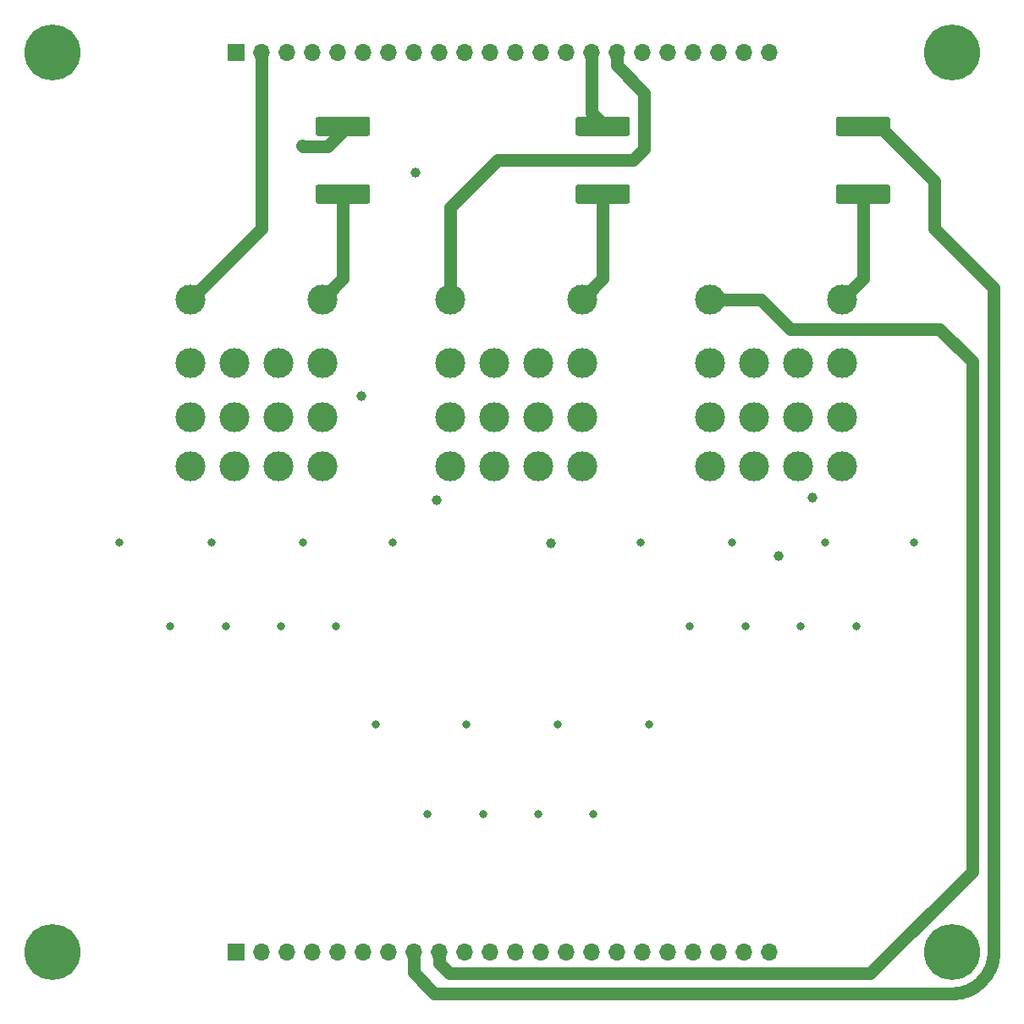
<source format=gbr>
%TF.GenerationSoftware,KiCad,Pcbnew,(5.1.9)-1*%
%TF.CreationDate,2021-11-07T00:19:35+01:00*%
%TF.ProjectId,RelayBoard,52656c61-7942-46f6-9172-642e6b696361,Version 1 *%
%TF.SameCoordinates,Original*%
%TF.FileFunction,Copper,L4,Bot*%
%TF.FilePolarity,Positive*%
%FSLAX46Y46*%
G04 Gerber Fmt 4.6, Leading zero omitted, Abs format (unit mm)*
G04 Created by KiCad (PCBNEW (5.1.9)-1) date 2021-11-07 00:19:35*
%MOMM*%
%LPD*%
G01*
G04 APERTURE LIST*
%TA.AperFunction,ComponentPad*%
%ADD10C,5.600000*%
%TD*%
%TA.AperFunction,ComponentPad*%
%ADD11R,1.700000X1.700000*%
%TD*%
%TA.AperFunction,ComponentPad*%
%ADD12O,1.700000X1.700000*%
%TD*%
%TA.AperFunction,ComponentPad*%
%ADD13C,3.000000*%
%TD*%
%TA.AperFunction,ViaPad*%
%ADD14C,0.800000*%
%TD*%
%TA.AperFunction,ViaPad*%
%ADD15C,1.000000*%
%TD*%
%TA.AperFunction,ViaPad*%
%ADD16C,1.200000*%
%TD*%
%TA.AperFunction,Conductor*%
%ADD17C,1.250000*%
%TD*%
G04 APERTURE END LIST*
%TO.P,F1,2*%
%TO.N,R1+*%
%TA.AperFunction,SMDPad,CuDef*%
G36*
G01*
X96850002Y-108565000D02*
X91900000Y-108565000D01*
G75*
G02*
X91650001Y-108315001I0J249999D01*
G01*
X91650001Y-106889999D01*
G75*
G02*
X91900000Y-106640000I249999J0D01*
G01*
X96850002Y-106640000D01*
G75*
G02*
X97100001Y-106889999I0J-249999D01*
G01*
X97100001Y-108315001D01*
G75*
G02*
X96850002Y-108565000I-249999J0D01*
G01*
G37*
%TD.AperFunction*%
%TO.P,F1,1*%
%TO.N,Net-(F1-Pad1)*%
%TA.AperFunction,SMDPad,CuDef*%
G36*
G01*
X96850002Y-115340000D02*
X91900000Y-115340000D01*
G75*
G02*
X91650001Y-115090001I0J249999D01*
G01*
X91650001Y-113664999D01*
G75*
G02*
X91900000Y-113415000I249999J0D01*
G01*
X96850002Y-113415000D01*
G75*
G02*
X97100001Y-113664999I0J-249999D01*
G01*
X97100001Y-115090001D01*
G75*
G02*
X96850002Y-115340000I-249999J0D01*
G01*
G37*
%TD.AperFunction*%
%TD*%
%TO.P,F3,1*%
%TO.N,Net-(F3-Pad1)*%
%TA.AperFunction,SMDPad,CuDef*%
G36*
G01*
X148895001Y-115340000D02*
X143944999Y-115340000D01*
G75*
G02*
X143695000Y-115090001I0J249999D01*
G01*
X143695000Y-113664999D01*
G75*
G02*
X143944999Y-113415000I249999J0D01*
G01*
X148895001Y-113415000D01*
G75*
G02*
X149145000Y-113664999I0J-249999D01*
G01*
X149145000Y-115090001D01*
G75*
G02*
X148895001Y-115340000I-249999J0D01*
G01*
G37*
%TD.AperFunction*%
%TO.P,F3,2*%
%TO.N,R3+*%
%TA.AperFunction,SMDPad,CuDef*%
G36*
G01*
X148895001Y-108565000D02*
X143944999Y-108565000D01*
G75*
G02*
X143695000Y-108315001I0J249999D01*
G01*
X143695000Y-106889999D01*
G75*
G02*
X143944999Y-106640000I249999J0D01*
G01*
X148895001Y-106640000D01*
G75*
G02*
X149145000Y-106889999I0J-249999D01*
G01*
X149145000Y-108315001D01*
G75*
G02*
X148895001Y-108565000I-249999J0D01*
G01*
G37*
%TD.AperFunction*%
%TD*%
%TO.P,F2,1*%
%TO.N,Net-(F2-Pad1)*%
%TA.AperFunction,SMDPad,CuDef*%
G36*
G01*
X122860001Y-115340000D02*
X117909999Y-115340000D01*
G75*
G02*
X117660000Y-115090001I0J249999D01*
G01*
X117660000Y-113664999D01*
G75*
G02*
X117909999Y-113415000I249999J0D01*
G01*
X122860001Y-113415000D01*
G75*
G02*
X123110000Y-113664999I0J-249999D01*
G01*
X123110000Y-115090001D01*
G75*
G02*
X122860001Y-115340000I-249999J0D01*
G01*
G37*
%TD.AperFunction*%
%TO.P,F2,2*%
%TO.N,R2+*%
%TA.AperFunction,SMDPad,CuDef*%
G36*
G01*
X122860001Y-108565000D02*
X117909999Y-108565000D01*
G75*
G02*
X117660000Y-108315001I0J249999D01*
G01*
X117660000Y-106889999D01*
G75*
G02*
X117909999Y-106640000I249999J0D01*
G01*
X122860001Y-106640000D01*
G75*
G02*
X123110000Y-106889999I0J-249999D01*
G01*
X123110000Y-108315001D01*
G75*
G02*
X122860001Y-108565000I-249999J0D01*
G01*
G37*
%TD.AperFunction*%
%TD*%
D10*
%TO.P,H1,1*%
%TO.N,N/C*%
X155320000Y-100190000D03*
%TD*%
%TO.P,H2,1*%
%TO.N,N/C*%
X65320000Y-190190000D03*
%TD*%
%TO.P,H3,1*%
%TO.N,N/C*%
X65320000Y-100190000D03*
%TD*%
%TO.P,H4,1*%
%TO.N,N/C*%
X155320000Y-190190000D03*
%TD*%
D11*
%TO.P,1,1*%
%TO.N,R1+*%
X83665000Y-100215000D03*
D12*
%TO.P,1,2*%
%TO.N,R1-*%
X86205000Y-100215000D03*
%TO.P,1,3*%
%TO.N,COM1_1*%
X88745000Y-100215000D03*
%TO.P,1,4*%
%TO.N,NC1_1*%
X91285000Y-100215000D03*
%TO.P,1,5*%
%TO.N,NO1_1*%
X93825000Y-100215000D03*
%TO.P,1,6*%
%TO.N,COM1_2*%
X96365000Y-100215000D03*
%TO.P,1,7*%
%TO.N,NC1_2*%
X98905000Y-100215000D03*
%TO.P,1,8*%
%TO.N,NO1_2*%
X101445000Y-100215000D03*
%TO.P,1,9*%
%TO.N,COM1_3*%
X103985000Y-100215000D03*
%TO.P,1,10*%
%TO.N,NC1_3*%
X106525000Y-100215000D03*
%TO.P,1,11*%
%TO.N,NO1_3*%
X109065000Y-100215000D03*
%TO.P,1,12*%
%TO.N,COM1_4*%
X111605000Y-100215000D03*
%TO.P,1,13*%
%TO.N,NC1_4*%
X114145000Y-100215000D03*
%TO.P,1,14*%
%TO.N,NO1_4*%
X116685000Y-100215000D03*
%TO.P,1,15*%
%TO.N,R2+*%
X119225000Y-100215000D03*
%TO.P,1,16*%
%TO.N,R2-*%
X121765000Y-100215000D03*
%TO.P,1,17*%
%TO.N,COM2_1*%
X124305000Y-100215000D03*
%TO.P,1,18*%
%TO.N,NC2_1*%
X126845000Y-100215000D03*
%TO.P,1,19*%
%TO.N,NO2_1*%
X129385000Y-100215000D03*
%TO.P,1,20*%
%TO.N,COM2_2*%
X131925000Y-100215000D03*
%TO.P,1,21*%
%TO.N,NC2_2*%
X134465000Y-100215000D03*
%TO.P,1,22*%
%TO.N,G*%
X137005000Y-100215000D03*
%TD*%
%TO.P,44,22*%
%TO.N,G*%
X137005000Y-190215000D03*
%TO.P,44,21*%
%TO.N,NO3_4*%
X134465000Y-190215000D03*
%TO.P,44,20*%
%TO.N,NC3_4*%
X131925000Y-190215000D03*
%TO.P,44,19*%
%TO.N,COM3_4*%
X129385000Y-190215000D03*
%TO.P,44,18*%
%TO.N,NO3_3*%
X126845000Y-190215000D03*
%TO.P,44,17*%
%TO.N,NC3_3*%
X124305000Y-190215000D03*
%TO.P,44,16*%
%TO.N,COM3_3*%
X121765000Y-190215000D03*
%TO.P,44,15*%
%TO.N,NO3_2*%
X119225000Y-190215000D03*
%TO.P,44,14*%
%TO.N,NC3_2*%
X116685000Y-190215000D03*
%TO.P,44,13*%
%TO.N,COM3_2*%
X114145000Y-190215000D03*
%TO.P,44,12*%
%TO.N,NO3_1*%
X111605000Y-190215000D03*
%TO.P,44,11*%
%TO.N,NC3_1*%
X109065000Y-190215000D03*
%TO.P,44,10*%
%TO.N,COM3_1*%
X106525000Y-190215000D03*
%TO.P,44,9*%
%TO.N,R3-*%
X103985000Y-190215000D03*
%TO.P,44,8*%
%TO.N,R3+*%
X101445000Y-190215000D03*
%TO.P,44,7*%
%TO.N,NO2_4*%
X98905000Y-190215000D03*
%TO.P,44,6*%
%TO.N,NC2_4*%
X96365000Y-190215000D03*
%TO.P,44,5*%
%TO.N,COM2_4*%
X93825000Y-190215000D03*
%TO.P,44,4*%
%TO.N,NO2_3*%
X91285000Y-190215000D03*
%TO.P,44,3*%
%TO.N,NC2_3*%
X88745000Y-190215000D03*
%TO.P,44,2*%
%TO.N,COM2_3*%
X86205000Y-190215000D03*
D11*
%TO.P,44,1*%
%TO.N,NO2_2*%
X83665000Y-190215000D03*
%TD*%
D13*
%TO.P,K1,1*%
%TO.N,NC1_1*%
X79130001Y-141640001D03*
%TO.P,K1,2*%
%TO.N,NC1_2*%
X83530001Y-141640001D03*
%TO.P,K1,3*%
%TO.N,NC1_3*%
X87930001Y-141640001D03*
%TO.P,K1,4*%
%TO.N,NC1_4*%
X92330001Y-141640001D03*
%TO.P,K1,5*%
%TO.N,NO1_1*%
X79130001Y-136740001D03*
%TO.P,K1,6*%
%TO.N,NO1_2*%
X83530001Y-136740001D03*
%TO.P,K1,7*%
%TO.N,NO1_3*%
X87930001Y-136740001D03*
%TO.P,K1,8*%
%TO.N,NO1_4*%
X92330001Y-136740001D03*
%TO.P,K1,9*%
%TO.N,COM1_1*%
X79130001Y-131240001D03*
%TO.P,K1,10*%
%TO.N,COM1_2*%
X83530001Y-131240001D03*
%TO.P,K1,11*%
%TO.N,COM1_3*%
X87930001Y-131240001D03*
%TO.P,K1,12*%
%TO.N,COM1_4*%
X92330001Y-131240001D03*
%TO.P,K1,13*%
%TO.N,R1-*%
X79130001Y-124890001D03*
%TO.P,K1,14*%
%TO.N,Net-(F1-Pad1)*%
X92330001Y-124890001D03*
%TD*%
%TO.P,K3,14*%
%TO.N,Net-(F3-Pad1)*%
X144350000Y-124890001D03*
%TO.P,K3,13*%
%TO.N,R3-*%
X131150000Y-124890001D03*
%TO.P,K3,12*%
%TO.N,COM3_4*%
X144350000Y-131240001D03*
%TO.P,K3,11*%
%TO.N,COM3_3*%
X139950000Y-131240001D03*
%TO.P,K3,10*%
%TO.N,COM3_2*%
X135550000Y-131240001D03*
%TO.P,K3,9*%
%TO.N,COM3_1*%
X131150000Y-131240001D03*
%TO.P,K3,8*%
%TO.N,NO3_4*%
X144350000Y-136740001D03*
%TO.P,K3,7*%
%TO.N,NO3_3*%
X139950000Y-136740001D03*
%TO.P,K3,6*%
%TO.N,NO3_2*%
X135550000Y-136740001D03*
%TO.P,K3,5*%
%TO.N,NO3_1*%
X131150000Y-136740001D03*
%TO.P,K3,4*%
%TO.N,NC3_4*%
X144350000Y-141640001D03*
%TO.P,K3,3*%
%TO.N,NC3_3*%
X139950000Y-141640001D03*
%TO.P,K3,2*%
%TO.N,NC3_2*%
X135550000Y-141640001D03*
%TO.P,K3,1*%
%TO.N,NC3_1*%
X131150000Y-141640001D03*
%TD*%
%TO.P,K2,1*%
%TO.N,NC2_1*%
X105140000Y-141640001D03*
%TO.P,K2,2*%
%TO.N,NC2_2*%
X109540000Y-141640001D03*
%TO.P,K2,3*%
%TO.N,NC2_3*%
X113940000Y-141640001D03*
%TO.P,K2,4*%
%TO.N,NC2_4*%
X118340000Y-141640001D03*
%TO.P,K2,5*%
%TO.N,NO2_1*%
X105140000Y-136740001D03*
%TO.P,K2,6*%
%TO.N,NO2_2*%
X109540000Y-136740001D03*
%TO.P,K2,7*%
%TO.N,NO2_3*%
X113940000Y-136740001D03*
%TO.P,K2,8*%
%TO.N,NO2_4*%
X118340000Y-136740001D03*
%TO.P,K2,9*%
%TO.N,COM2_1*%
X105140000Y-131240001D03*
%TO.P,K2,10*%
%TO.N,COM2_2*%
X109540000Y-131240001D03*
%TO.P,K2,11*%
%TO.N,COM2_3*%
X113940000Y-131240001D03*
%TO.P,K2,12*%
%TO.N,COM2_4*%
X118340000Y-131240001D03*
%TO.P,K2,13*%
%TO.N,R2-*%
X105140000Y-124890001D03*
%TO.P,K2,14*%
%TO.N,Net-(F2-Pad1)*%
X118340000Y-124890001D03*
%TD*%
D14*
%TO.N,NO1_2*%
X82660000Y-157640000D03*
%TO.N,NO1_1*%
X77120000Y-157640000D03*
X77120000Y-157640000D03*
%TO.N,NO1_3*%
X88190000Y-157640000D03*
D15*
X101680000Y-112210000D03*
D14*
%TO.N,NO1_4*%
X93720000Y-157640000D03*
D15*
X96230000Y-134610000D03*
D14*
%TO.N,NC1_2*%
X81280000Y-149190000D03*
%TO.N,NC1_1*%
X71980000Y-149190000D03*
%TO.N,NC1_3*%
X90420000Y-149190000D03*
%TO.N,NC1_4*%
X99370000Y-149190000D03*
%TO.N,NO3_2*%
X134680000Y-157580000D03*
D15*
X137940000Y-150580000D03*
D14*
%TO.N,NO3_1*%
X129120000Y-157580000D03*
%TO.N,NO3_3*%
X140210000Y-157580000D03*
D15*
X141360000Y-144760000D03*
D14*
%TO.N,NO3_4*%
X145750000Y-157580000D03*
%TO.N,NC3_2*%
X133300000Y-149190000D03*
%TO.N,NC3_3*%
X142660000Y-149190000D03*
%TO.N,NC3_4*%
X151500000Y-149190000D03*
%TO.N,NO2_2*%
X108410000Y-176430000D03*
D15*
X103740000Y-144980000D03*
D14*
%TO.N,NO2_1*%
X102870000Y-176430000D03*
%TO.N,NO2_3*%
X113940000Y-176430000D03*
D15*
X115210000Y-149330000D03*
D14*
%TO.N,NO2_4*%
X119470000Y-176430000D03*
%TO.N,NC2_2*%
X106700000Y-167460000D03*
%TO.N,NC2_1*%
X97640000Y-167460000D03*
%TO.N,NC2_3*%
X115880000Y-167460000D03*
%TO.N,NC2_4*%
X124980000Y-167460000D03*
D16*
%TO.N,R1+*%
X90340000Y-109560000D03*
D14*
%TO.N,NC3_1*%
X124150000Y-149190000D03*
%TD*%
D17*
%TO.N,R1+*%
X90360000Y-109580000D02*
X90340000Y-109560000D01*
X92880000Y-109580000D02*
X90360000Y-109580000D01*
X94375001Y-108084999D02*
X92880000Y-109580000D01*
X94375001Y-107602500D02*
X94375001Y-108084999D01*
%TO.N,Net-(F1-Pad1)*%
X94375001Y-122845001D02*
X92330001Y-124890001D01*
X94375001Y-114377500D02*
X94375001Y-117564999D01*
X94375001Y-117564999D02*
X94375001Y-122845001D01*
X94375001Y-115377500D02*
X94375001Y-117564999D01*
%TO.N,Net-(F2-Pad1)*%
X120385000Y-122845001D02*
X118340000Y-124890001D01*
X120385000Y-116855000D02*
X120385000Y-114377500D01*
X120385000Y-115377500D02*
X120385000Y-116855000D01*
X120385000Y-116855000D02*
X120385000Y-122845001D01*
%TO.N,R3+*%
X101445000Y-192235000D02*
X101445000Y-190215000D01*
X103548275Y-194338275D02*
X101445000Y-192235000D01*
X155312398Y-194338275D02*
X103548275Y-194338275D01*
X155314113Y-194339990D02*
X155312398Y-194338275D01*
X155436399Y-194338275D02*
X155314113Y-194339990D01*
X155552701Y-194333378D02*
X155436399Y-194338275D01*
X158635805Y-192685428D02*
X158564552Y-192777394D01*
X158770508Y-192495584D02*
X158704506Y-192591425D01*
X158833821Y-192397890D02*
X158770508Y-192495584D01*
X159058927Y-191990596D02*
X159006966Y-192094733D01*
X159237029Y-191560623D02*
X159197052Y-191669927D01*
X158704506Y-192591425D02*
X158635805Y-192685428D01*
X159273924Y-191450241D02*
X159237029Y-191560623D01*
X159154003Y-191778124D02*
X159107963Y-191885010D01*
X159307710Y-191338863D02*
X159273924Y-191450241D01*
X159365857Y-191113451D02*
X159338371Y-191226539D01*
X146340000Y-107600000D02*
X148020000Y-107600000D01*
X148020000Y-107600000D02*
X153512500Y-113092500D01*
X159338371Y-191226539D02*
X159307710Y-191338863D01*
X153512500Y-113092500D02*
X153512500Y-117778124D01*
X153512500Y-117778124D02*
X159462607Y-123728231D01*
X159469990Y-190184051D02*
X159468273Y-190306404D01*
X159006966Y-192094733D02*
X158952097Y-192197386D01*
X159429156Y-190770132D02*
X159411269Y-190885154D01*
X159443813Y-190654636D02*
X159429156Y-190770132D01*
X159107963Y-191885010D02*
X159058927Y-191990596D01*
X159468273Y-190306404D02*
X159463377Y-190422704D01*
X159390167Y-190999603D02*
X159365857Y-191113451D01*
X158952097Y-192197386D02*
X158894369Y-192298462D01*
X159463377Y-190422704D02*
X159455223Y-190538787D01*
X159462607Y-123728231D02*
X159469990Y-190184051D01*
X159455223Y-190538787D02*
X159443813Y-190654636D01*
X158894369Y-192298462D02*
X158833821Y-192397890D01*
X159197052Y-191669927D02*
X159154003Y-191778124D01*
X159411269Y-190885154D02*
X159390167Y-190999603D01*
X158564552Y-192777394D02*
X158490664Y-192867425D01*
X156580226Y-194143929D02*
X156468860Y-194177712D01*
X158490664Y-192867425D02*
X158414332Y-192955291D01*
X158414332Y-192955291D02*
X158335602Y-193040941D01*
X158335602Y-193040941D02*
X158254418Y-193124434D01*
X158254418Y-193124434D02*
X158170943Y-193205600D01*
X158170943Y-193205600D02*
X158085282Y-193284339D01*
X158085282Y-193284339D02*
X157997419Y-193360669D01*
X157997419Y-193360669D02*
X157907386Y-193434558D01*
X157907386Y-193434558D02*
X157815421Y-193505810D01*
X157527891Y-193703821D02*
X157428453Y-193764374D01*
X157815421Y-193505810D02*
X157721408Y-193574518D01*
X157721408Y-193574518D02*
X157625566Y-193640521D01*
X157625566Y-193640521D02*
X157527891Y-193703821D01*
X156468860Y-194177712D02*
X156356555Y-194208368D01*
X157428453Y-193764374D02*
X157327368Y-193822108D01*
X157327368Y-193822108D02*
X157224752Y-193876957D01*
X157120595Y-193928928D02*
X157015000Y-193977968D01*
X157224752Y-193876957D02*
X157120595Y-193928928D01*
X157015000Y-193977968D02*
X156908109Y-194024010D01*
X156908109Y-194024010D02*
X156799926Y-194067053D01*
X156799926Y-194067053D02*
X156690620Y-194107030D01*
X156690620Y-194107030D02*
X156580226Y-194143929D01*
X156356555Y-194208368D02*
X156243450Y-194235858D01*
X156243450Y-194235858D02*
X156129601Y-194260169D01*
X156129601Y-194260169D02*
X156015161Y-194281269D01*
X156015161Y-194281269D02*
X155900134Y-194299157D01*
X155900134Y-194299157D02*
X155784649Y-194313813D01*
X155784649Y-194313813D02*
X155668803Y-194325223D01*
X155668803Y-194325223D02*
X155552701Y-194333378D01*
X148017500Y-107602500D02*
X148020000Y-107600000D01*
X146420000Y-107602500D02*
X148017500Y-107602500D01*
%TO.N,Net-(F3-Pad1)*%
X146420000Y-122820001D02*
X144350000Y-124890001D01*
X146420000Y-116410000D02*
X146420000Y-114377500D01*
X146420000Y-115377500D02*
X146420000Y-116410000D01*
X146420000Y-116410000D02*
X146420000Y-122820001D01*
%TO.N,R2+*%
X119225000Y-106225000D02*
X120540000Y-107540000D01*
X119225000Y-100215000D02*
X119225000Y-106225000D01*
%TO.N,R1-*%
X86205000Y-117815002D02*
X79130001Y-124890001D01*
X86205000Y-100215000D02*
X86205000Y-117815002D01*
%TO.N,R2-*%
X105140000Y-115690000D02*
X105140000Y-124890001D01*
X109840000Y-110990000D02*
X105140000Y-115690000D01*
X123400000Y-110990000D02*
X109840000Y-110990000D01*
X124510000Y-109880000D02*
X123400000Y-110990000D01*
X124510000Y-104240000D02*
X124510000Y-109880000D01*
X121765000Y-101495000D02*
X124510000Y-104240000D01*
X121765000Y-100215000D02*
X121765000Y-101495000D01*
%TO.N,R3-*%
X103985000Y-191335000D02*
X103985000Y-190215000D01*
X147150000Y-192360000D02*
X105010000Y-192360000D01*
X157360000Y-131150000D02*
X157360000Y-182150000D01*
X154070000Y-127860000D02*
X157360000Y-131150000D01*
X157360000Y-182150000D02*
X147150000Y-192360000D01*
X139130000Y-127860000D02*
X154070000Y-127860000D01*
X105010000Y-192360000D02*
X103985000Y-191335000D01*
X136160001Y-124890001D02*
X139130000Y-127860000D01*
X131150000Y-124890001D02*
X136160001Y-124890001D01*
%TD*%
M02*

</source>
